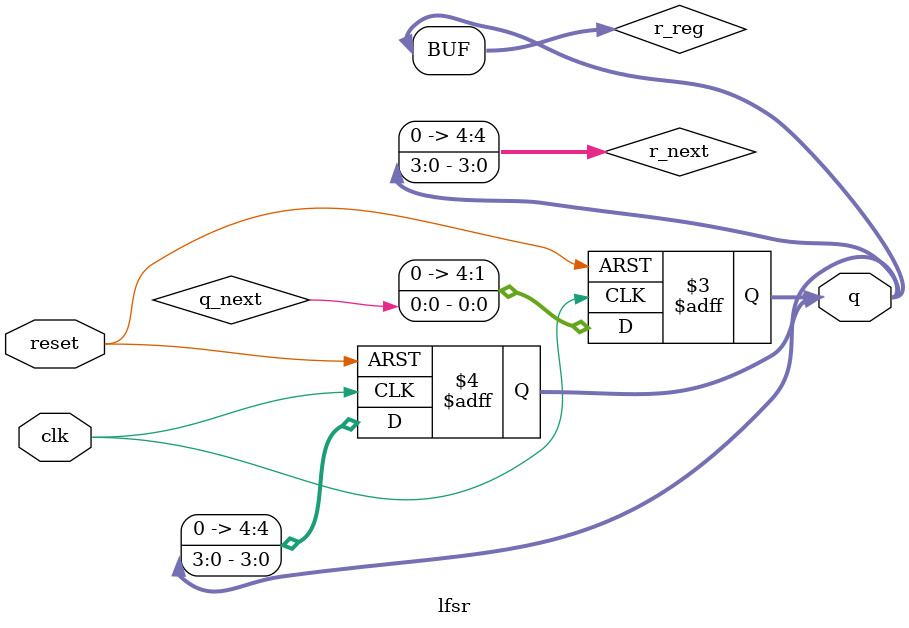
<source format=v>
module lfsr( 
    input clk,
    input reset,
    output [4:0] q
); 
reg [4:0] r_reg;
wire [4:0] r_next;
wire feedback_value;
// on reset set the value of r_reg to 1
// otherwise assign r_next to r_reg
// assign the xor of bit positions 2 and 4 of r_reg to feedback_value
// assign feedback value concatenated with 4 MSBs of r_reg to r_next
// assign r_reg to the output q
assign r_next = {r_reg[3],r_reg[2],r_reg[1],r_reg[0]};
assign q = r_reg;
assign feedback_value = feedback_value;

always@(posedge clk or posedge reset)
begin
    if(reset == 1'b1)
    begin
        r_reg <= 5'b00000;
        q <= 5'b00000;
        r_reg <= 5'b00000;
    end
    else
    begin
        r_reg <= r_next;
        q <= q_next;
        r_reg <= r_next;
   end
end
endmodule

</source>
